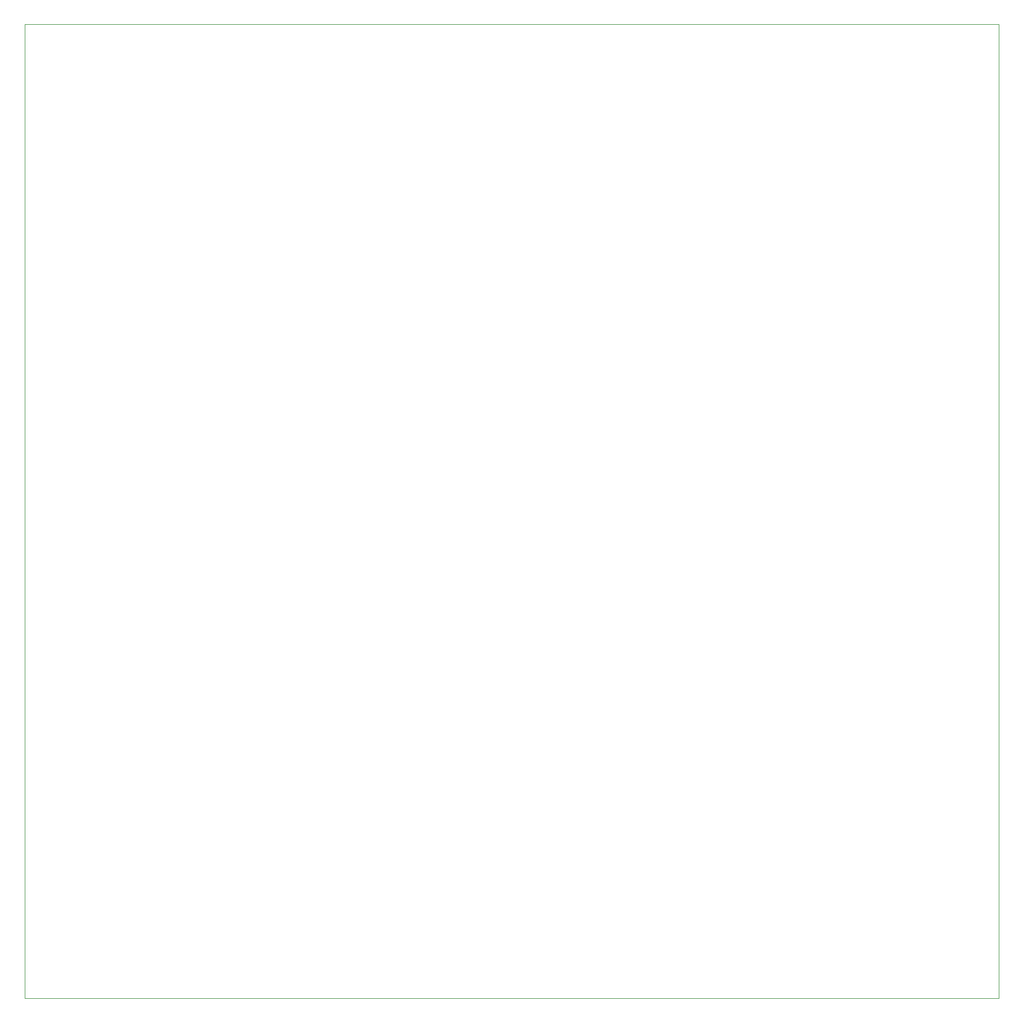
<source format=gbr>
%TF.GenerationSoftware,KiCad,Pcbnew,(5.1.7)-1*%
%TF.CreationDate,2020-10-24T18:30:36+02:00*%
%TF.ProjectId,dcconverter,6463636f-6e76-4657-9274-65722e6b6963,rev?*%
%TF.SameCoordinates,Original*%
%TF.FileFunction,Profile,NP*%
%FSLAX46Y46*%
G04 Gerber Fmt 4.6, Leading zero omitted, Abs format (unit mm)*
G04 Created by KiCad (PCBNEW (5.1.7)-1) date 2020-10-24 18:30:36*
%MOMM*%
%LPD*%
G01*
G04 APERTURE LIST*
%TA.AperFunction,Profile*%
%ADD10C,0.050000*%
%TD*%
G04 APERTURE END LIST*
D10*
X167005000Y-167640000D02*
X17145000Y-167640000D01*
X167005000Y-17780000D02*
X167005000Y-167640000D01*
X17145000Y-17780000D02*
X167005000Y-17780000D01*
X17145000Y-167640000D02*
X17145000Y-17780000D01*
M02*

</source>
